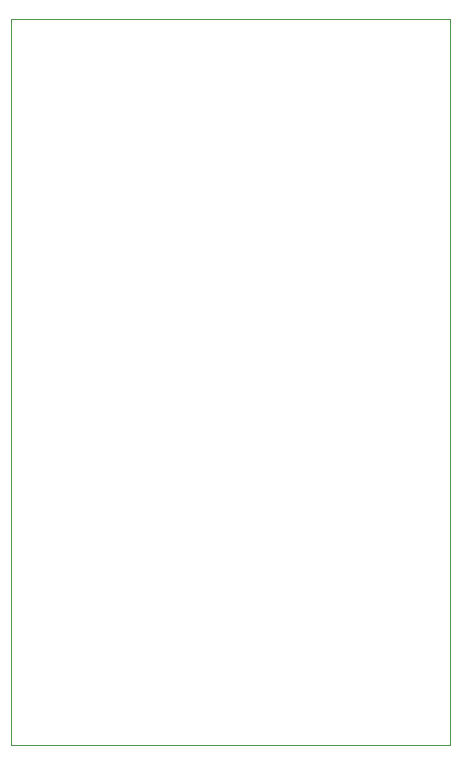
<source format=gm1>
G04 #@! TF.GenerationSoftware,KiCad,Pcbnew,(5.1.8)-1*
G04 #@! TF.CreationDate,2022-03-12T16:36:43-08:00*
G04 #@! TF.ProjectId,MCLZ8_PCB,4d434c5a-385f-4504-9342-2e6b69636164,rev?*
G04 #@! TF.SameCoordinates,Original*
G04 #@! TF.FileFunction,Profile,NP*
%FSLAX46Y46*%
G04 Gerber Fmt 4.6, Leading zero omitted, Abs format (unit mm)*
G04 Created by KiCad (PCBNEW (5.1.8)-1) date 2022-03-12 16:36:43*
%MOMM*%
%LPD*%
G01*
G04 APERTURE LIST*
G04 #@! TA.AperFunction,Profile*
%ADD10C,0.050000*%
G04 #@! TD*
G04 APERTURE END LIST*
D10*
X157805120Y-114828320D02*
X157805120Y-53373020D01*
X194929760Y-114828320D02*
X157805120Y-114828320D01*
X194929760Y-53373020D02*
X194929760Y-114828320D01*
X157805120Y-53373020D02*
X194929760Y-53373020D01*
M02*

</source>
